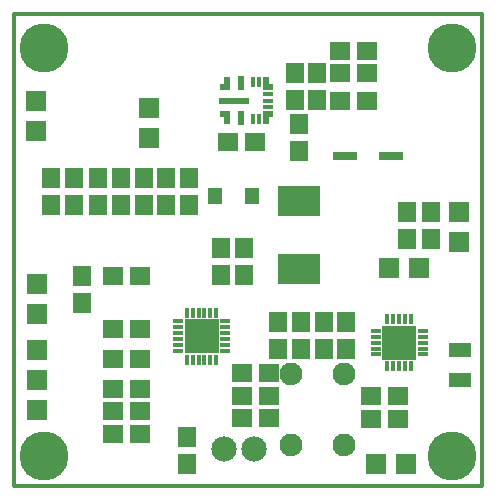
<source format=gbr>
G04 DesignSpark PCB Gerber Version 10.0 Build 5299*
G04 #@! TF.Part,Single*
G04 #@! TF.FileFunction,Soldermask,Top*
G04 #@! TF.FilePolarity,Negative*
%FSLAX35Y35*%
%MOIN*%
G04 #@! TA.AperFunction,SMDPad,CuDef*
%ADD125R,0.01584X0.03356*%
%ADD115R,0.01781X0.03553*%
%ADD120R,0.01781X0.03750*%
%ADD129R,0.01978X0.02962*%
%ADD130R,0.02175X0.02962*%
%ADD126R,0.02175X0.04537*%
%ADD114R,0.05009X0.05403*%
%ADD108R,0.06100X0.06600*%
G04 #@! TA.AperFunction,ComponentPad*
%ADD109R,0.06600X0.06600*%
G04 #@! TA.AperFunction,SMDPad,CuDef*
%ADD121R,0.11624X0.11624*%
%ADD117R,0.11820X0.11820*%
G04 #@! TD.AperFunction*
%ADD11C,0.01200*%
G04 #@! TA.AperFunction,ComponentPad*
%ADD111C,0.07600*%
%ADD112C,0.08474*%
G04 #@! TA.AperFunction,SMDPad,CuDef*
%ADD123R,0.03356X0.01584*%
%ADD124R,0.03356X0.01781*%
%ADD116R,0.03553X0.01781*%
%ADD119R,0.03750X0.01781*%
%ADD122R,0.03356X0.02175*%
%ADD127R,0.03750X0.02175*%
%ADD128R,0.10049X0.02175*%
%ADD131R,0.08277X0.03159*%
%ADD118R,0.07687X0.04931*%
%ADD110R,0.06600X0.06100*%
G04 #@! TA.AperFunction,WasherPad*
%ADD107C,0.16348*%
G04 #@! TA.AperFunction,SMDPad,CuDef*
%ADD113R,0.13986X0.10049*%
G04 #@! TD.AperFunction*
X0Y0D02*
D02*
D11*
X19104Y15324D02*
X175324D01*
Y172805D01*
X19104D01*
Y15324D01*
D02*
D107*
X29183Y25403D03*
Y161466D03*
X165246Y25403D03*
Y161466D03*
D02*
D108*
X31702Y109092D03*
Y118092D03*
X39261Y109092D03*
Y118092D03*
X41781Y76336D03*
Y85336D03*
X47372Y109092D03*
Y118092D03*
X54931Y109092D03*
Y118092D03*
X62490Y109092D03*
Y118092D03*
X70049Y109092D03*
Y118092D03*
X76742Y22872D03*
Y31872D03*
X77608Y109092D03*
Y118092D03*
X88395Y85844D03*
Y94844D03*
X95876Y85844D03*
Y94844D03*
X107293Y61218D03*
Y70218D03*
X112805Y144131D03*
Y153131D03*
X114380Y127202D03*
Y136202D03*
X114852Y61218D03*
Y70218D03*
X120285Y144131D03*
Y153131D03*
X122411Y61218D03*
Y70218D03*
X129970Y61218D03*
Y70218D03*
X150206Y97675D03*
Y106675D03*
X158080Y97675D03*
Y106675D03*
D02*
D109*
X26663Y133750D03*
Y143750D03*
X26742Y40679D03*
Y50679D03*
Y60679D03*
Y72844D03*
Y82844D03*
X64380Y131545D03*
Y141545D03*
X140049Y22883D03*
X144301Y88002D03*
X150049Y22883D03*
X154301Y88002D03*
X167529Y96899D03*
Y106899D03*
D02*
D110*
X52242Y32844D03*
Y40344D03*
Y47844D03*
Y57844D03*
Y67844D03*
Y85344D03*
X61242Y32844D03*
Y40344D03*
Y47844D03*
Y57844D03*
Y67844D03*
Y85344D03*
X90490Y130128D03*
X95234Y38002D03*
Y45561D03*
Y53120D03*
X99490Y130128D03*
X104234Y38002D03*
Y45561D03*
Y53120D03*
X127990Y143907D03*
Y152962D03*
Y160443D03*
X136990Y143907D03*
Y152962D03*
Y160443D03*
X138069Y37844D03*
Y45344D03*
X147069Y37844D03*
Y45344D03*
D02*
D111*
X111624Y29222D03*
Y52844D03*
X129340Y29222D03*
Y52844D03*
D02*
D112*
X89242Y27844D03*
X99242D03*
D02*
D113*
X114380Y87608D03*
Y110443D03*
D02*
D114*
X86230Y112017D03*
X98435D03*
D02*
D115*
X143671Y55324D03*
Y71072D03*
X145639Y55324D03*
Y71072D03*
X147608Y55324D03*
Y71072D03*
X149576Y55324D03*
Y71072D03*
X151545Y55324D03*
Y71072D03*
D02*
D116*
X139734Y59261D03*
Y61230D03*
Y63198D03*
Y65167D03*
Y67135D03*
X155482Y59261D03*
Y61230D03*
Y63198D03*
Y65167D03*
Y67135D03*
D02*
D117*
X147608Y63198D03*
D02*
D118*
X167923Y50600D03*
Y60836D03*
D02*
D119*
X73868Y60423D03*
Y62391D03*
Y64360D03*
Y66328D03*
Y68297D03*
Y70265D03*
X89616Y60423D03*
Y62391D03*
Y64360D03*
Y66328D03*
Y68297D03*
Y70265D03*
D02*
D120*
X76820Y57470D03*
Y73218D03*
X78789Y57470D03*
Y73218D03*
X80757Y57470D03*
Y73218D03*
X82726Y57470D03*
Y73218D03*
X84694Y57470D03*
Y73218D03*
X86663Y57470D03*
Y73218D03*
D02*
D121*
X81742Y65344D03*
D02*
D122*
X103848Y139380D03*
Y148435D03*
D02*
D123*
Y141840D03*
Y145974D03*
D02*
D124*
Y143907D03*
D02*
D125*
X99025Y137608D03*
Y150206D03*
X100994Y137608D03*
Y150206D03*
D02*
D126*
X94793Y138198D03*
Y149616D03*
D02*
D127*
X89478Y139380D03*
Y148435D03*
D02*
D128*
X92628Y143907D03*
D02*
D129*
X103159Y137411D03*
Y150403D03*
D02*
D130*
X90265Y137411D03*
Y150403D03*
D02*
D131*
X129635Y125403D03*
X144990D03*
X0Y0D02*
M02*

</source>
